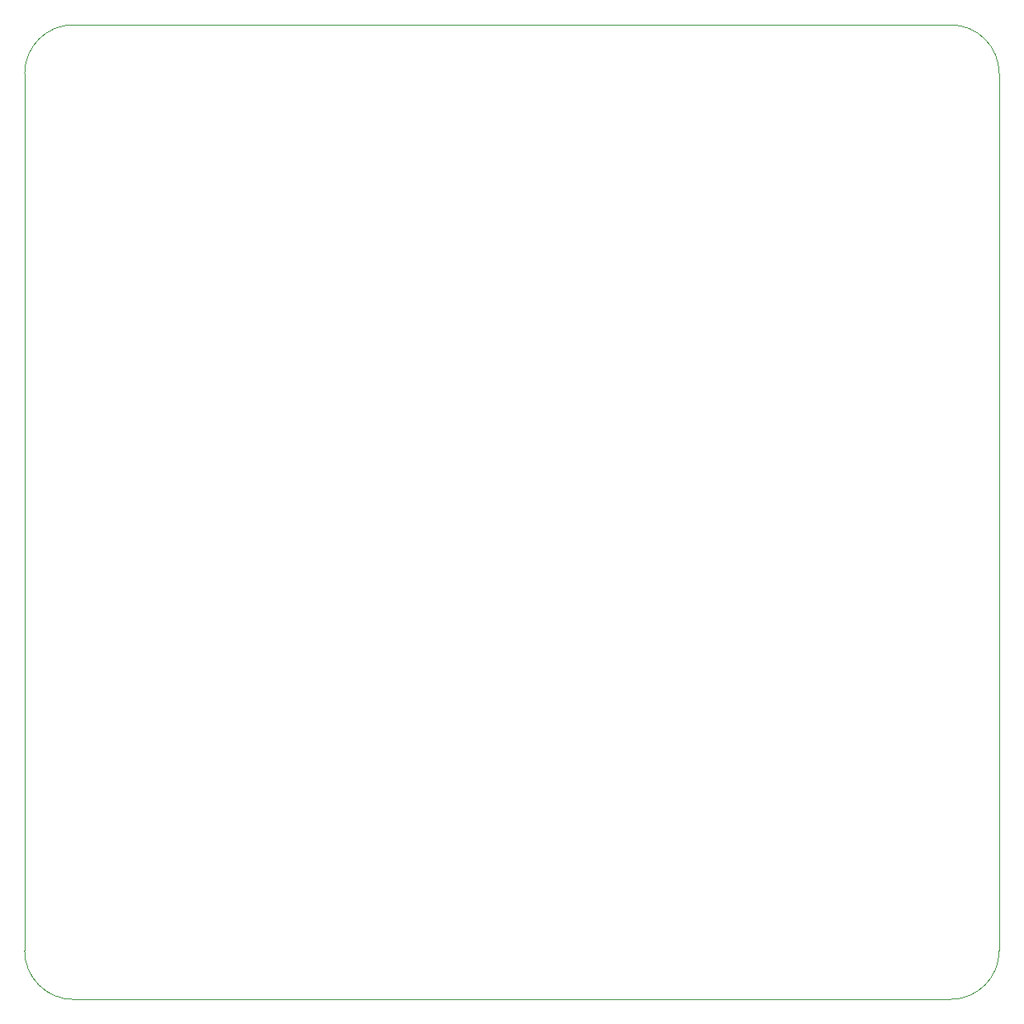
<source format=gbr>
%TF.GenerationSoftware,KiCad,Pcbnew,9.0.0-1.fc41*%
%TF.CreationDate,2025-03-05T15:22:44-08:00*%
%TF.ProjectId,hw_alpha,68775f61-6c70-4686-912e-6b696361645f,rev?*%
%TF.SameCoordinates,Original*%
%TF.FileFunction,Profile,NP*%
%FSLAX46Y46*%
G04 Gerber Fmt 4.6, Leading zero omitted, Abs format (unit mm)*
G04 Created by KiCad (PCBNEW 9.0.0-1.fc41) date 2025-03-05 15:22:44*
%MOMM*%
%LPD*%
G01*
G04 APERTURE LIST*
%TA.AperFunction,Profile*%
%ADD10C,0.050000*%
%TD*%
G04 APERTURE END LIST*
D10*
X135000000Y-25000000D02*
G75*
G02*
X140000000Y-30000000I0J-5000000D01*
G01*
X40000000Y-120000000D02*
X40000000Y-30000000D01*
X140000000Y-120000000D02*
G75*
G02*
X135000000Y-125000000I-5000000J0D01*
G01*
X40000000Y-30000000D02*
G75*
G02*
X45000000Y-25000000I5000000J0D01*
G01*
X140000000Y-120000000D02*
X140000000Y-30000000D01*
X135000000Y-25000000D02*
X45000000Y-25000000D01*
X135000000Y-125000000D02*
X45000000Y-125000000D01*
X45000000Y-125000000D02*
G75*
G02*
X40000000Y-120000000I0J5000000D01*
G01*
M02*

</source>
